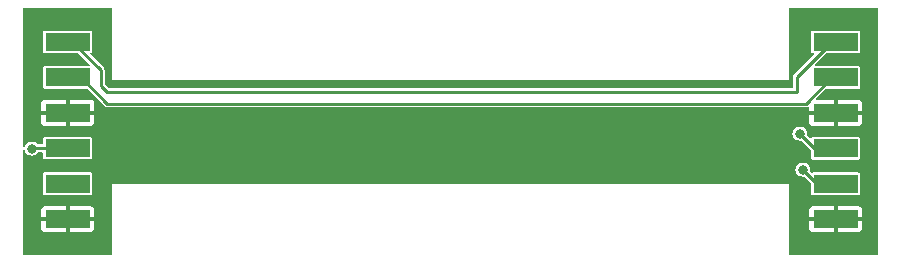
<source format=gbr>
%TF.GenerationSoftware,KiCad,Pcbnew,(6.0.7-1)-1*%
%TF.CreationDate,2022-08-08T08:01:59-05:00*%
%TF.ProjectId,Adafruit NeoPixel 8 Stick,41646166-7275-4697-9420-4e656f506978,rev?*%
%TF.SameCoordinates,Original*%
%TF.FileFunction,Copper,L2,Bot*%
%TF.FilePolarity,Positive*%
%FSLAX46Y46*%
G04 Gerber Fmt 4.6, Leading zero omitted, Abs format (unit mm)*
G04 Created by KiCad (PCBNEW (6.0.7-1)-1) date 2022-08-08 08:01:59*
%MOMM*%
%LPD*%
G01*
G04 APERTURE LIST*
%TA.AperFunction,SMDPad,CuDef*%
%ADD10R,3.800000X1.500000*%
%TD*%
%TA.AperFunction,ViaPad*%
%ADD11C,0.800000*%
%TD*%
%TA.AperFunction,Conductor*%
%ADD12C,0.250000*%
%TD*%
G04 APERTURE END LIST*
D10*
%TO.P,CN2,1,1*%
%TO.N,GND*%
X126238000Y-115442000D03*
%TO.P,CN2,2,2*%
%TO.N,+5V*%
X126238000Y-112442000D03*
%TO.P,CN2,3,3*%
%TO.N,/LED DATA*%
X126238000Y-109442000D03*
%TO.P,CN2,4,4*%
%TO.N,GND*%
X126238000Y-106442000D03*
%TO.P,CN2,5,5*%
%TO.N,/SDA*%
X126238000Y-103442000D03*
%TO.P,CN2,6,6*%
%TO.N,/SCL*%
X126238000Y-100442000D03*
%TD*%
%TO.P,CN1,1,1*%
%TO.N,/SCL*%
X191262000Y-100450000D03*
%TO.P,CN1,2,2*%
%TO.N,/SDA*%
X191262000Y-103450000D03*
%TO.P,CN1,3,3*%
%TO.N,GND*%
X191262000Y-106450000D03*
%TO.P,CN1,4,4*%
%TO.N,Net-(CN1-Pad4)*%
X191262000Y-109450000D03*
%TO.P,CN1,5,5*%
%TO.N,+5V*%
X191262000Y-112450000D03*
%TO.P,CN1,6,6*%
%TO.N,GND*%
X191262000Y-115450000D03*
%TD*%
D11*
%TO.N,+5V*%
X126238000Y-112522000D03*
X188468000Y-111252000D03*
%TO.N,GND*%
X123190000Y-106426000D03*
%TO.N,Net-(CN1-Pad4)*%
X188214000Y-108204000D03*
%TO.N,/LED DATA*%
X123190000Y-109474000D03*
%TD*%
D12*
%TO.N,+5V*%
X188468000Y-111252000D02*
X189666000Y-112450000D01*
X189666000Y-112450000D02*
X191262000Y-112450000D01*
%TO.N,GND*%
X123206000Y-106442000D02*
X126238000Y-106442000D01*
X123190000Y-106426000D02*
X123206000Y-106442000D01*
%TO.N,/SCL*%
X187960000Y-103445600D02*
X190955600Y-100450000D01*
X129540000Y-104648000D02*
X187960000Y-104648000D01*
X187960000Y-104648000D02*
X187960000Y-103445600D01*
X129032000Y-102828132D02*
X129032000Y-104140000D01*
X126645868Y-100442000D02*
X129032000Y-102828132D01*
X129032000Y-104140000D02*
X129540000Y-104648000D01*
%TO.N,/SDA*%
X129610000Y-105664000D02*
X188722000Y-105664000D01*
X188722000Y-105664000D02*
X190936000Y-103450000D01*
X127388000Y-103442000D02*
X129610000Y-105664000D01*
%TO.N,Net-(CN1-Pad4)*%
X189460000Y-109450000D02*
X191262000Y-109450000D01*
X188214000Y-108204000D02*
X189460000Y-109450000D01*
%TO.N,/LED DATA*%
X123190000Y-109474000D02*
X123222000Y-109442000D01*
X123222000Y-109442000D02*
X126238000Y-109442000D01*
%TD*%
%TA.AperFunction,Conductor*%
%TO.N,GND*%
G36*
X129995638Y-97579093D02*
G01*
X130021358Y-97623642D01*
X130022500Y-97636700D01*
X130022500Y-103626928D01*
X130020399Y-103632000D01*
X130022500Y-103637072D01*
X130028483Y-103651517D01*
X130048000Y-103659601D01*
X130053072Y-103657500D01*
X187282928Y-103657500D01*
X187288000Y-103659601D01*
X187293072Y-103657500D01*
X187307517Y-103651517D01*
X187315601Y-103632000D01*
X187313500Y-103626928D01*
X187313500Y-97636700D01*
X187331093Y-97588362D01*
X187375642Y-97562642D01*
X187388700Y-97561500D01*
X194807300Y-97561500D01*
X194855638Y-97579093D01*
X194881358Y-97623642D01*
X194882500Y-97636700D01*
X194882500Y-118435300D01*
X194864907Y-118483638D01*
X194820358Y-118509358D01*
X194807300Y-118510500D01*
X187388700Y-118510500D01*
X187340362Y-118492907D01*
X187314642Y-118448358D01*
X187313500Y-118435300D01*
X187313500Y-116230880D01*
X189007201Y-116230880D01*
X189007602Y-116236349D01*
X189016615Y-116297584D01*
X189020041Y-116308609D01*
X189066785Y-116403817D01*
X189073919Y-116413782D01*
X189148720Y-116488451D01*
X189158702Y-116495572D01*
X189253995Y-116542152D01*
X189265009Y-116545556D01*
X189325668Y-116554406D01*
X189331101Y-116554800D01*
X191071341Y-116554800D01*
X191081498Y-116551103D01*
X191084600Y-116545731D01*
X191084600Y-116541540D01*
X191439400Y-116541540D01*
X191443097Y-116551697D01*
X191448469Y-116554799D01*
X193192880Y-116554799D01*
X193198349Y-116554398D01*
X193259584Y-116545385D01*
X193270609Y-116541959D01*
X193365817Y-116495215D01*
X193375782Y-116488081D01*
X193450451Y-116413280D01*
X193457572Y-116403298D01*
X193504152Y-116308005D01*
X193507556Y-116296991D01*
X193516406Y-116236332D01*
X193516800Y-116230899D01*
X193516800Y-115640659D01*
X193513103Y-115630502D01*
X193507731Y-115627400D01*
X191452659Y-115627400D01*
X191442502Y-115631097D01*
X191439400Y-115636469D01*
X191439400Y-116541540D01*
X191084600Y-116541540D01*
X191084600Y-115640659D01*
X191080903Y-115630502D01*
X191075531Y-115627400D01*
X189020460Y-115627400D01*
X189010303Y-115631097D01*
X189007201Y-115636469D01*
X189007201Y-116230880D01*
X187313500Y-116230880D01*
X187313500Y-115259341D01*
X189007200Y-115259341D01*
X189010897Y-115269498D01*
X189016269Y-115272600D01*
X191071341Y-115272600D01*
X191081498Y-115268903D01*
X191084600Y-115263531D01*
X191084600Y-115259341D01*
X191439400Y-115259341D01*
X191443097Y-115269498D01*
X191448469Y-115272600D01*
X193503540Y-115272600D01*
X193513697Y-115268903D01*
X193516799Y-115263531D01*
X193516799Y-114669120D01*
X193516398Y-114663651D01*
X193507385Y-114602416D01*
X193503959Y-114591391D01*
X193457215Y-114496183D01*
X193450081Y-114486218D01*
X193375280Y-114411549D01*
X193365298Y-114404428D01*
X193270005Y-114357848D01*
X193258991Y-114354444D01*
X193198332Y-114345594D01*
X193192899Y-114345200D01*
X191452659Y-114345200D01*
X191442502Y-114348897D01*
X191439400Y-114354269D01*
X191439400Y-115259341D01*
X191084600Y-115259341D01*
X191084600Y-114358460D01*
X191080903Y-114348303D01*
X191075531Y-114345201D01*
X189331120Y-114345201D01*
X189325651Y-114345602D01*
X189264416Y-114354615D01*
X189253391Y-114358041D01*
X189158183Y-114404785D01*
X189148218Y-114411919D01*
X189073549Y-114486720D01*
X189066428Y-114496702D01*
X189019848Y-114591995D01*
X189016444Y-114603009D01*
X189007594Y-114663668D01*
X189007200Y-114669101D01*
X189007200Y-115259341D01*
X187313500Y-115259341D01*
X187313500Y-112527072D01*
X187315601Y-112522000D01*
X187307517Y-112502483D01*
X187293072Y-112496500D01*
X187288000Y-112494399D01*
X187282928Y-112496500D01*
X130053072Y-112496500D01*
X130048000Y-112494399D01*
X130042928Y-112496500D01*
X130028483Y-112502483D01*
X130020399Y-112522000D01*
X130022500Y-112527072D01*
X130022500Y-118435300D01*
X130004907Y-118483638D01*
X129960358Y-118509358D01*
X129947300Y-118510500D01*
X122528700Y-118510500D01*
X122480362Y-118492907D01*
X122454642Y-118448358D01*
X122453500Y-118435300D01*
X122453500Y-116222880D01*
X123983201Y-116222880D01*
X123983602Y-116228349D01*
X123992615Y-116289584D01*
X123996041Y-116300609D01*
X124042785Y-116395817D01*
X124049919Y-116405782D01*
X124124720Y-116480451D01*
X124134702Y-116487572D01*
X124229995Y-116534152D01*
X124241009Y-116537556D01*
X124301668Y-116546406D01*
X124307101Y-116546800D01*
X126047341Y-116546800D01*
X126057498Y-116543103D01*
X126060600Y-116537731D01*
X126060600Y-116533540D01*
X126415400Y-116533540D01*
X126419097Y-116543697D01*
X126424469Y-116546799D01*
X128168880Y-116546799D01*
X128174349Y-116546398D01*
X128235584Y-116537385D01*
X128246609Y-116533959D01*
X128341817Y-116487215D01*
X128351782Y-116480081D01*
X128426451Y-116405280D01*
X128433572Y-116395298D01*
X128480152Y-116300005D01*
X128483556Y-116288991D01*
X128492406Y-116228332D01*
X128492800Y-116222899D01*
X128492800Y-115632659D01*
X128489103Y-115622502D01*
X128483731Y-115619400D01*
X126428659Y-115619400D01*
X126418502Y-115623097D01*
X126415400Y-115628469D01*
X126415400Y-116533540D01*
X126060600Y-116533540D01*
X126060600Y-115632659D01*
X126056903Y-115622502D01*
X126051531Y-115619400D01*
X123996460Y-115619400D01*
X123986303Y-115623097D01*
X123983201Y-115628469D01*
X123983201Y-116222880D01*
X122453500Y-116222880D01*
X122453500Y-115251341D01*
X123983200Y-115251341D01*
X123986897Y-115261498D01*
X123992269Y-115264600D01*
X126047341Y-115264600D01*
X126057498Y-115260903D01*
X126060600Y-115255531D01*
X126060600Y-115251341D01*
X126415400Y-115251341D01*
X126419097Y-115261498D01*
X126424469Y-115264600D01*
X128479540Y-115264600D01*
X128489697Y-115260903D01*
X128492799Y-115255531D01*
X128492799Y-114661120D01*
X128492398Y-114655651D01*
X128483385Y-114594416D01*
X128479959Y-114583391D01*
X128433215Y-114488183D01*
X128426081Y-114478218D01*
X128351280Y-114403549D01*
X128341298Y-114396428D01*
X128246005Y-114349848D01*
X128234991Y-114346444D01*
X128174332Y-114337594D01*
X128168899Y-114337200D01*
X126428659Y-114337200D01*
X126418502Y-114340897D01*
X126415400Y-114346269D01*
X126415400Y-115251341D01*
X126060600Y-115251341D01*
X126060600Y-114350460D01*
X126056903Y-114340303D01*
X126051531Y-114337201D01*
X124307120Y-114337201D01*
X124301651Y-114337602D01*
X124240416Y-114346615D01*
X124229391Y-114350041D01*
X124134183Y-114396785D01*
X124124218Y-114403919D01*
X124049549Y-114478720D01*
X124042428Y-114488702D01*
X123995848Y-114583995D01*
X123992444Y-114595009D01*
X123983594Y-114655668D01*
X123983200Y-114661101D01*
X123983200Y-115251341D01*
X122453500Y-115251341D01*
X122453500Y-113212064D01*
X124134300Y-113212064D01*
X124146119Y-113271480D01*
X124191140Y-113338860D01*
X124258520Y-113383881D01*
X124304976Y-113393122D01*
X124306002Y-113393326D01*
X124317936Y-113395700D01*
X128158064Y-113395700D01*
X128169999Y-113393326D01*
X128171024Y-113393122D01*
X128217480Y-113383881D01*
X128284860Y-113338860D01*
X128329881Y-113271480D01*
X128341700Y-113212064D01*
X128341700Y-111671936D01*
X128329881Y-111612520D01*
X128284860Y-111545140D01*
X128217480Y-111500119D01*
X128158064Y-111488300D01*
X124317936Y-111488300D01*
X124258520Y-111500119D01*
X124191140Y-111545140D01*
X124146119Y-111612520D01*
X124134300Y-111671936D01*
X124134300Y-113212064D01*
X122453500Y-113212064D01*
X122453500Y-111252000D01*
X187859091Y-111252000D01*
X187859734Y-111256884D01*
X187873165Y-111358901D01*
X187879839Y-111409597D01*
X187940669Y-111556454D01*
X188037436Y-111682564D01*
X188163545Y-111779331D01*
X188236974Y-111809746D01*
X188305854Y-111838277D01*
X188305856Y-111838277D01*
X188310403Y-111840161D01*
X188315281Y-111840803D01*
X188315284Y-111840804D01*
X188463116Y-111860266D01*
X188468000Y-111860909D01*
X188558532Y-111848990D01*
X188608752Y-111860124D01*
X188621521Y-111870373D01*
X189136274Y-112385126D01*
X189158014Y-112431746D01*
X189158300Y-112438300D01*
X189158300Y-113220064D01*
X189170119Y-113279480D01*
X189215140Y-113346860D01*
X189282520Y-113391881D01*
X189341936Y-113403700D01*
X193182064Y-113403700D01*
X193241480Y-113391881D01*
X193308860Y-113346860D01*
X193353881Y-113279480D01*
X193365700Y-113220064D01*
X193365700Y-111679936D01*
X193353881Y-111620520D01*
X193308860Y-111553140D01*
X193241480Y-111508119D01*
X193195024Y-111498878D01*
X193185689Y-111497021D01*
X193185688Y-111497021D01*
X193182064Y-111496300D01*
X189341936Y-111496300D01*
X189338312Y-111497021D01*
X189338311Y-111497021D01*
X189328976Y-111498878D01*
X189282520Y-111508119D01*
X189276360Y-111512235D01*
X189269520Y-111515068D01*
X189268862Y-111513480D01*
X189227783Y-111523528D01*
X189182802Y-111501950D01*
X189086373Y-111405521D01*
X189064633Y-111358901D01*
X189064990Y-111342531D01*
X189076266Y-111256884D01*
X189076909Y-111252000D01*
X189056161Y-111094403D01*
X188995331Y-110947546D01*
X188898564Y-110821436D01*
X188772455Y-110724669D01*
X188699026Y-110694254D01*
X188630146Y-110665723D01*
X188630144Y-110665723D01*
X188625597Y-110663839D01*
X188620719Y-110663197D01*
X188620716Y-110663196D01*
X188472884Y-110643734D01*
X188468000Y-110643091D01*
X188463116Y-110643734D01*
X188315284Y-110663196D01*
X188315281Y-110663197D01*
X188310403Y-110663839D01*
X188305856Y-110665723D01*
X188305854Y-110665723D01*
X188236974Y-110694254D01*
X188163546Y-110724669D01*
X188037436Y-110821436D01*
X187940669Y-110947546D01*
X187879839Y-111094403D01*
X187859091Y-111252000D01*
X122453500Y-111252000D01*
X122453500Y-109646705D01*
X122471093Y-109598367D01*
X122515642Y-109572647D01*
X122566300Y-109581580D01*
X122599365Y-109620985D01*
X122601214Y-109626852D01*
X122601839Y-109631597D01*
X122662669Y-109778454D01*
X122759436Y-109904564D01*
X122885545Y-110001331D01*
X122958974Y-110031746D01*
X123027854Y-110060277D01*
X123027856Y-110060277D01*
X123032403Y-110062161D01*
X123037281Y-110062803D01*
X123037284Y-110062804D01*
X123185116Y-110082266D01*
X123190000Y-110082909D01*
X123194884Y-110082266D01*
X123342716Y-110062804D01*
X123342719Y-110062803D01*
X123347597Y-110062161D01*
X123352144Y-110060277D01*
X123352146Y-110060277D01*
X123421026Y-110031746D01*
X123494455Y-110001331D01*
X123620564Y-109904564D01*
X123700706Y-109800120D01*
X123744088Y-109772483D01*
X123760365Y-109770700D01*
X124059100Y-109770700D01*
X124107438Y-109788293D01*
X124133158Y-109832842D01*
X124134300Y-109845900D01*
X124134300Y-110212064D01*
X124146119Y-110271480D01*
X124191140Y-110338860D01*
X124258520Y-110383881D01*
X124304976Y-110393122D01*
X124306002Y-110393326D01*
X124317936Y-110395700D01*
X128158064Y-110395700D01*
X128169999Y-110393326D01*
X128171024Y-110393122D01*
X128217480Y-110383881D01*
X128284860Y-110338860D01*
X128329881Y-110271480D01*
X128341700Y-110212064D01*
X128341700Y-108671936D01*
X128329881Y-108612520D01*
X128284860Y-108545140D01*
X128217480Y-108500119D01*
X128158064Y-108488300D01*
X124317936Y-108488300D01*
X124258520Y-108500119D01*
X124191140Y-108545140D01*
X124146119Y-108612520D01*
X124134300Y-108671936D01*
X124134300Y-109038100D01*
X124116707Y-109086438D01*
X124072158Y-109112158D01*
X124059100Y-109113300D01*
X123711257Y-109113300D01*
X123662919Y-109095707D01*
X123651597Y-109083879D01*
X123623562Y-109047343D01*
X123620564Y-109043436D01*
X123494455Y-108946669D01*
X123421026Y-108916254D01*
X123352146Y-108887723D01*
X123352144Y-108887723D01*
X123347597Y-108885839D01*
X123342719Y-108885197D01*
X123342716Y-108885196D01*
X123194884Y-108865734D01*
X123190000Y-108865091D01*
X123185116Y-108865734D01*
X123037284Y-108885196D01*
X123037281Y-108885197D01*
X123032403Y-108885839D01*
X123027856Y-108887723D01*
X123027854Y-108887723D01*
X122958975Y-108916254D01*
X122885546Y-108946669D01*
X122759436Y-109043436D01*
X122662669Y-109169546D01*
X122601839Y-109316403D01*
X122601249Y-109320885D01*
X122571832Y-109362896D01*
X122522145Y-109376209D01*
X122475525Y-109354469D01*
X122453786Y-109307848D01*
X122453500Y-109301295D01*
X122453500Y-108204000D01*
X187605091Y-108204000D01*
X187605734Y-108208884D01*
X187619165Y-108310901D01*
X187625839Y-108361597D01*
X187686669Y-108508454D01*
X187689667Y-108512361D01*
X187772097Y-108619786D01*
X187783436Y-108634564D01*
X187909545Y-108731331D01*
X187982974Y-108761746D01*
X188051854Y-108790277D01*
X188051856Y-108790277D01*
X188056403Y-108792161D01*
X188061281Y-108792803D01*
X188061284Y-108792804D01*
X188209116Y-108812266D01*
X188214000Y-108812909D01*
X188304532Y-108800990D01*
X188354752Y-108812124D01*
X188367521Y-108822373D01*
X189136274Y-109591126D01*
X189158014Y-109637746D01*
X189158300Y-109644300D01*
X189158300Y-110220064D01*
X189170119Y-110279480D01*
X189215140Y-110346860D01*
X189282520Y-110391881D01*
X189341936Y-110403700D01*
X193182064Y-110403700D01*
X193241480Y-110391881D01*
X193308860Y-110346860D01*
X193353881Y-110279480D01*
X193365700Y-110220064D01*
X193365700Y-108679936D01*
X193353881Y-108620520D01*
X193308860Y-108553140D01*
X193241480Y-108508119D01*
X193195024Y-108498878D01*
X193185689Y-108497021D01*
X193185688Y-108497021D01*
X193182064Y-108496300D01*
X189341936Y-108496300D01*
X189338312Y-108497021D01*
X189338311Y-108497021D01*
X189328976Y-108498878D01*
X189282520Y-108508119D01*
X189215140Y-108553140D01*
X189191087Y-108589139D01*
X189149603Y-108619556D01*
X189098274Y-108616191D01*
X189075386Y-108600534D01*
X188832373Y-108357521D01*
X188810633Y-108310901D01*
X188810990Y-108294531D01*
X188822266Y-108208884D01*
X188822909Y-108204000D01*
X188802161Y-108046403D01*
X188741331Y-107899546D01*
X188644564Y-107773436D01*
X188518455Y-107676669D01*
X188445026Y-107646254D01*
X188376146Y-107617723D01*
X188376144Y-107617723D01*
X188371597Y-107615839D01*
X188366719Y-107615197D01*
X188366716Y-107615196D01*
X188218884Y-107595734D01*
X188214000Y-107595091D01*
X188209116Y-107595734D01*
X188061284Y-107615196D01*
X188061281Y-107615197D01*
X188056403Y-107615839D01*
X188051856Y-107617723D01*
X188051854Y-107617723D01*
X187982975Y-107646254D01*
X187909546Y-107676669D01*
X187783436Y-107773436D01*
X187686669Y-107899546D01*
X187625839Y-108046403D01*
X187605091Y-108204000D01*
X122453500Y-108204000D01*
X122453500Y-107222880D01*
X123983201Y-107222880D01*
X123983602Y-107228349D01*
X123992615Y-107289584D01*
X123996041Y-107300609D01*
X124042785Y-107395817D01*
X124049919Y-107405782D01*
X124124720Y-107480451D01*
X124134702Y-107487572D01*
X124229995Y-107534152D01*
X124241009Y-107537556D01*
X124301668Y-107546406D01*
X124307101Y-107546800D01*
X126047341Y-107546800D01*
X126057498Y-107543103D01*
X126060600Y-107537731D01*
X126060600Y-107533540D01*
X126415400Y-107533540D01*
X126419097Y-107543697D01*
X126424469Y-107546799D01*
X128168880Y-107546799D01*
X128174349Y-107546398D01*
X128235584Y-107537385D01*
X128246609Y-107533959D01*
X128341817Y-107487215D01*
X128351782Y-107480081D01*
X128426451Y-107405280D01*
X128433572Y-107395298D01*
X128480152Y-107300005D01*
X128483556Y-107288991D01*
X128492034Y-107230880D01*
X189007201Y-107230880D01*
X189007602Y-107236349D01*
X189016615Y-107297584D01*
X189020041Y-107308609D01*
X189066785Y-107403817D01*
X189073919Y-107413782D01*
X189148720Y-107488451D01*
X189158702Y-107495572D01*
X189253995Y-107542152D01*
X189265009Y-107545556D01*
X189325668Y-107554406D01*
X189331101Y-107554800D01*
X191071341Y-107554800D01*
X191081498Y-107551103D01*
X191084600Y-107545731D01*
X191084600Y-107541540D01*
X191439400Y-107541540D01*
X191443097Y-107551697D01*
X191448469Y-107554799D01*
X193192880Y-107554799D01*
X193198349Y-107554398D01*
X193259584Y-107545385D01*
X193270609Y-107541959D01*
X193365817Y-107495215D01*
X193375782Y-107488081D01*
X193450451Y-107413280D01*
X193457572Y-107403298D01*
X193504152Y-107308005D01*
X193507556Y-107296991D01*
X193516406Y-107236332D01*
X193516800Y-107230899D01*
X193516800Y-106640659D01*
X193513103Y-106630502D01*
X193507731Y-106627400D01*
X191452659Y-106627400D01*
X191442502Y-106631097D01*
X191439400Y-106636469D01*
X191439400Y-107541540D01*
X191084600Y-107541540D01*
X191084600Y-106640659D01*
X191080903Y-106630502D01*
X191075531Y-106627400D01*
X189020460Y-106627400D01*
X189010303Y-106631097D01*
X189007201Y-106636469D01*
X189007201Y-107230880D01*
X128492034Y-107230880D01*
X128492406Y-107228332D01*
X128492800Y-107222899D01*
X128492800Y-106632659D01*
X128489103Y-106622502D01*
X128483731Y-106619400D01*
X126428659Y-106619400D01*
X126418502Y-106623097D01*
X126415400Y-106628469D01*
X126415400Y-107533540D01*
X126060600Y-107533540D01*
X126060600Y-106632659D01*
X126056903Y-106622502D01*
X126051531Y-106619400D01*
X123996460Y-106619400D01*
X123986303Y-106623097D01*
X123983201Y-106628469D01*
X123983201Y-107222880D01*
X122453500Y-107222880D01*
X122453500Y-106251341D01*
X123983200Y-106251341D01*
X123986897Y-106261498D01*
X123992269Y-106264600D01*
X126047341Y-106264600D01*
X126057498Y-106260903D01*
X126060600Y-106255531D01*
X126060600Y-106251341D01*
X126415400Y-106251341D01*
X126419097Y-106261498D01*
X126424469Y-106264600D01*
X128479540Y-106264600D01*
X128489697Y-106260903D01*
X128492799Y-106255531D01*
X128492799Y-105661120D01*
X128492398Y-105655651D01*
X128483385Y-105594416D01*
X128479959Y-105583391D01*
X128433215Y-105488183D01*
X128426081Y-105478218D01*
X128351280Y-105403549D01*
X128341298Y-105396428D01*
X128246005Y-105349848D01*
X128234991Y-105346444D01*
X128174332Y-105337594D01*
X128168899Y-105337200D01*
X126428659Y-105337200D01*
X126418502Y-105340897D01*
X126415400Y-105346269D01*
X126415400Y-106251341D01*
X126060600Y-106251341D01*
X126060600Y-105350460D01*
X126056903Y-105340303D01*
X126051531Y-105337201D01*
X124307120Y-105337201D01*
X124301651Y-105337602D01*
X124240416Y-105346615D01*
X124229391Y-105350041D01*
X124134183Y-105396785D01*
X124124218Y-105403919D01*
X124049549Y-105478720D01*
X124042428Y-105488702D01*
X123995848Y-105583995D01*
X123992444Y-105595009D01*
X123983594Y-105655668D01*
X123983200Y-105661101D01*
X123983200Y-106251341D01*
X122453500Y-106251341D01*
X122453500Y-104212064D01*
X124134300Y-104212064D01*
X124146119Y-104271480D01*
X124191140Y-104338860D01*
X124258520Y-104383881D01*
X124304976Y-104393122D01*
X124306002Y-104393326D01*
X124317936Y-104395700D01*
X127845700Y-104395700D01*
X127894038Y-104413293D01*
X127898874Y-104417726D01*
X129365095Y-105883947D01*
X129369528Y-105888784D01*
X129391226Y-105914642D01*
X129395456Y-105919683D01*
X129430376Y-105939844D01*
X129435907Y-105943368D01*
X129468942Y-105966499D01*
X129475297Y-105968202D01*
X129480148Y-105970464D01*
X129485098Y-105972514D01*
X129490142Y-105974350D01*
X129495844Y-105977642D01*
X129502326Y-105978785D01*
X129535551Y-105984644D01*
X129541954Y-105986063D01*
X129580911Y-105996501D01*
X129587463Y-105995928D01*
X129587465Y-105995928D01*
X129621091Y-105992986D01*
X129627645Y-105992700D01*
X188704360Y-105992700D01*
X188710914Y-105992986D01*
X188744536Y-105995928D01*
X188744538Y-105995928D01*
X188751090Y-105996501D01*
X188790040Y-105986064D01*
X188796446Y-105984644D01*
X188803370Y-105983423D01*
X188836156Y-105977642D01*
X188841855Y-105974352D01*
X188846896Y-105972517D01*
X188851852Y-105970464D01*
X188856704Y-105968202D01*
X188863058Y-105966499D01*
X188868445Y-105962727D01*
X188868447Y-105962726D01*
X188877362Y-105956483D01*
X188888868Y-105948427D01*
X188938553Y-105935113D01*
X188985174Y-105956852D01*
X189006914Y-106003472D01*
X189007200Y-106010027D01*
X189007200Y-106259341D01*
X189010897Y-106269498D01*
X189016269Y-106272600D01*
X191071341Y-106272600D01*
X191081498Y-106268903D01*
X191084600Y-106263531D01*
X191084600Y-106259341D01*
X191439400Y-106259341D01*
X191443097Y-106269498D01*
X191448469Y-106272600D01*
X193503540Y-106272600D01*
X193513697Y-106268903D01*
X193516799Y-106263531D01*
X193516799Y-105669120D01*
X193516398Y-105663651D01*
X193507385Y-105602416D01*
X193503959Y-105591391D01*
X193457215Y-105496183D01*
X193450081Y-105486218D01*
X193375280Y-105411549D01*
X193365298Y-105404428D01*
X193270005Y-105357848D01*
X193258991Y-105354444D01*
X193198332Y-105345594D01*
X193192899Y-105345200D01*
X191452659Y-105345200D01*
X191442502Y-105348897D01*
X191439400Y-105354269D01*
X191439400Y-106259341D01*
X191084600Y-106259341D01*
X191084600Y-105358460D01*
X191080903Y-105348303D01*
X191075531Y-105345201D01*
X189687199Y-105345201D01*
X189638861Y-105327608D01*
X189613141Y-105283059D01*
X189622074Y-105232401D01*
X189634025Y-105216827D01*
X190425126Y-104425726D01*
X190471746Y-104403986D01*
X190478300Y-104403700D01*
X193182064Y-104403700D01*
X193241480Y-104391881D01*
X193308860Y-104346860D01*
X193353881Y-104279480D01*
X193365700Y-104220064D01*
X193365700Y-102679936D01*
X193353881Y-102620520D01*
X193308860Y-102553140D01*
X193241480Y-102508119D01*
X193195024Y-102498878D01*
X193185689Y-102497021D01*
X193185688Y-102497021D01*
X193182064Y-102496300D01*
X189555700Y-102496300D01*
X189507362Y-102478707D01*
X189481642Y-102434158D01*
X189490575Y-102383500D01*
X189502526Y-102367926D01*
X190444726Y-101425726D01*
X190491346Y-101403986D01*
X190497900Y-101403700D01*
X193182064Y-101403700D01*
X193241480Y-101391881D01*
X193308860Y-101346860D01*
X193353881Y-101279480D01*
X193365700Y-101220064D01*
X193365700Y-99679936D01*
X193353881Y-99620520D01*
X193308860Y-99553140D01*
X193241480Y-99508119D01*
X193195024Y-99498878D01*
X193185689Y-99497021D01*
X193185688Y-99497021D01*
X193182064Y-99496300D01*
X189341936Y-99496300D01*
X189338312Y-99497021D01*
X189338311Y-99497021D01*
X189328976Y-99498878D01*
X189282520Y-99508119D01*
X189215140Y-99553140D01*
X189170119Y-99620520D01*
X189158300Y-99679936D01*
X189158300Y-101220064D01*
X189170119Y-101279480D01*
X189215140Y-101346860D01*
X189282520Y-101391881D01*
X189341936Y-101403700D01*
X189355500Y-101403700D01*
X189403838Y-101421293D01*
X189429558Y-101465842D01*
X189420625Y-101516500D01*
X189408674Y-101532074D01*
X187740053Y-103200695D01*
X187735216Y-103205128D01*
X187709358Y-103226826D01*
X187704317Y-103231056D01*
X187684156Y-103265976D01*
X187680632Y-103271507D01*
X187657501Y-103304542D01*
X187655798Y-103310897D01*
X187653536Y-103315748D01*
X187651483Y-103320704D01*
X187649648Y-103325745D01*
X187646358Y-103331444D01*
X187645216Y-103337922D01*
X187639356Y-103371154D01*
X187637936Y-103377559D01*
X187627499Y-103416510D01*
X187628072Y-103423062D01*
X187628072Y-103423064D01*
X187631014Y-103456686D01*
X187631300Y-103463240D01*
X187631300Y-104244100D01*
X187613707Y-104292438D01*
X187569158Y-104318158D01*
X187556100Y-104319300D01*
X129707300Y-104319300D01*
X129658962Y-104301707D01*
X129654126Y-104297274D01*
X129382726Y-104025874D01*
X129360986Y-103979254D01*
X129360700Y-103972700D01*
X129360700Y-102845769D01*
X129360986Y-102839214D01*
X129363928Y-102805595D01*
X129363928Y-102805593D01*
X129364501Y-102799042D01*
X129362799Y-102792691D01*
X129362799Y-102792688D01*
X129354064Y-102760091D01*
X129352644Y-102753686D01*
X129346784Y-102720454D01*
X129345642Y-102713976D01*
X129342352Y-102708277D01*
X129340517Y-102703236D01*
X129338464Y-102698280D01*
X129336202Y-102693429D01*
X129334499Y-102687074D01*
X129311368Y-102654039D01*
X129307844Y-102648508D01*
X129290973Y-102619287D01*
X129287683Y-102613588D01*
X129256787Y-102587663D01*
X129251951Y-102583231D01*
X128179368Y-101510648D01*
X128157628Y-101464028D01*
X128170942Y-101414341D01*
X128203764Y-101387998D01*
X128210214Y-101385326D01*
X128217480Y-101383881D01*
X128284860Y-101338860D01*
X128329881Y-101271480D01*
X128341700Y-101212064D01*
X128341700Y-99671936D01*
X128329881Y-99612520D01*
X128284860Y-99545140D01*
X128217480Y-99500119D01*
X128158064Y-99488300D01*
X124317936Y-99488300D01*
X124258520Y-99500119D01*
X124191140Y-99545140D01*
X124146119Y-99612520D01*
X124134300Y-99671936D01*
X124134300Y-101212064D01*
X124146119Y-101271480D01*
X124191140Y-101338860D01*
X124258520Y-101383881D01*
X124304976Y-101393122D01*
X124306002Y-101393326D01*
X124317936Y-101395700D01*
X127103568Y-101395700D01*
X127151906Y-101413293D01*
X127156742Y-101417726D01*
X128098942Y-102359926D01*
X128120682Y-102406546D01*
X128107368Y-102456233D01*
X128065231Y-102485738D01*
X128045768Y-102488300D01*
X124317936Y-102488300D01*
X124258520Y-102500119D01*
X124191140Y-102545140D01*
X124146119Y-102612520D01*
X124134300Y-102671936D01*
X124134300Y-104212064D01*
X122453500Y-104212064D01*
X122453500Y-97636700D01*
X122471093Y-97588362D01*
X122515642Y-97562642D01*
X122528700Y-97561500D01*
X129947300Y-97561500D01*
X129995638Y-97579093D01*
G37*
%TD.AperFunction*%
%TD*%
M02*

</source>
